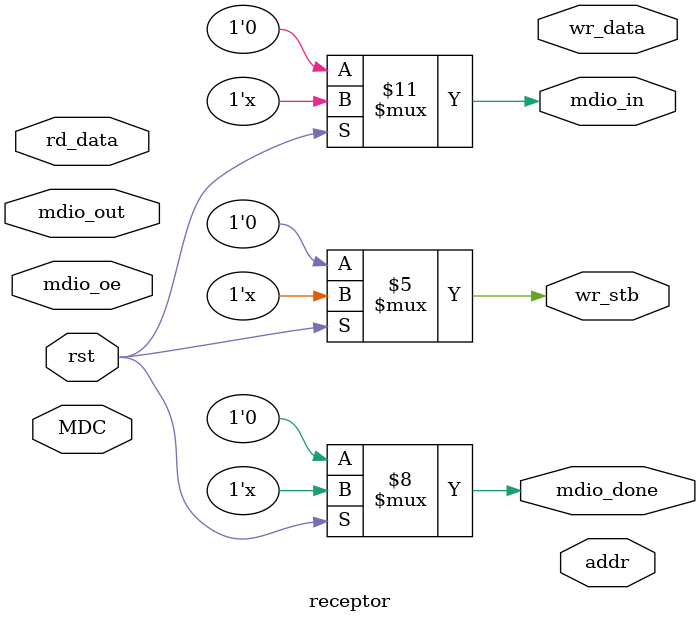
<source format=v>
module receptor (
    input rst, MDC, mdio_oe, mdio_out,
    input [15:0] rd_data,
    output reg mdio_in, mdio_done, wr_stb,
    output reg [4:0] addr,
    output reg [15:0] wr_data
);
    
    localparam  IDLE = 4'b001,
                START = 4'b0010,
                RECEIVE = 4'b0100,
                SEND = 4'b1000;

    reg [3:0] STATE;

    always @(*) begin
        if (!rst) begin
            mdio_in <= 0;
            mdio_done <= 0;
            wr_stb <= 0;
        end else begin
            STATE = START;
        end
    end

    always @(posedge MDC) begin
        case (STATE)
            START: begin
                
            end
            RECEIVE: begin
                
            end
            SEND: begin
                
            end
             
        endcase
    end

endmodule
</source>
